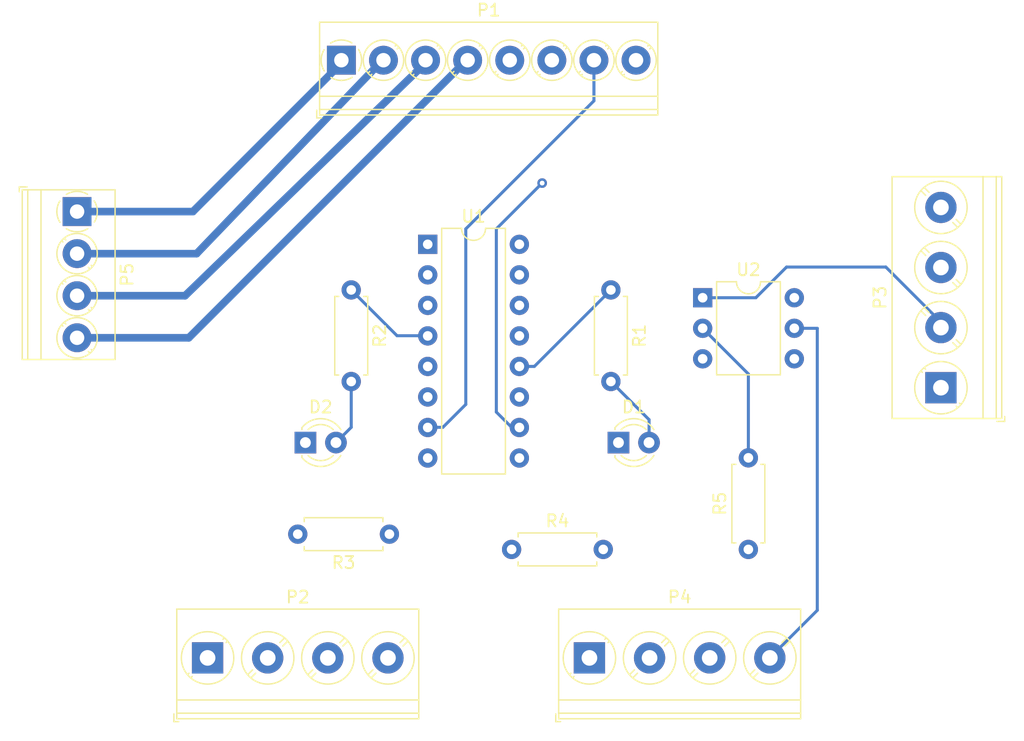
<source format=kicad_pcb>
(kicad_pcb (version 20210722) (generator pcbnew)
  (layers (0 "F.Cu" signal) (31 "B.Cu" signal) (34 "B.Paste" user) (35 "F.Paste" user) (36 "B.SilkS" user "B.Silkscreen") (37 "F.SilkS" user "F.Silkscreen") (38 "B.Mask" user) (39 "F.Mask" user) (44 "Edge.Cuts" user))
  (net 0 "")
  (net 1 "GND")
  (net 2 "Net-(D1-Pad2)")
  (net 3 "Net-(D2-Pad2)")
  (net 4 "Net-(P1-Pad1)")
  (net 5 "Net-(P1-Pad2)")
  (net 6 "Net-(P1-Pad3)")
  (net 7 "Net-(P1-Pad4)")
  (net 8 "Net-(P1-Pad6)")
  (net 9 "Net-(P1-Pad7)")
  (net 10 "+5V")
  (net 12 "Net-(P2-Pad3)")
  (net 13 "Net-(P2-Pad4)")
  (net 14 "Net-(P3-Pad2)")
  (net 18 "Net-(P4-Pad4)")
  (net 19 "Net-(R1-Pad1)")
  (net 20 "Net-(R2-Pad1)")
  (net 21 "Net-(R5-Pad2)")
  (net 22 "Net-(U1-Pad10)")
  (net 23 "Net-(U1-Pad3)")
  (footprint "TerminalBlock_Phoenix:TerminalBlock_Phoenix_PT-1,5-4-3.5-H_1x04_P3.50mm_Horizontal" (layer "F.Cu") (at 116.27 67.14 -90)
    (fp_text reference "P5" (at 5.25 -4.16 90) (layer "F.SilkS"))
    (fp_text value "CONN_01X04")
    (fp_line (start -2.05 4.8) (end -1.65 4.8) (layer "F.SilkS") (width 0.12))
    (fp_line (start 9.355 0.941) (end 9.226 1.069) (layer "F.SilkS") (width 0.12))
    (fp_line (start 11.775 -1.069) (end 11.646 -0.941) (layer "F.SilkS") (width 0.12))
    (fp_line (start 8.275 -1.069) (end 8.146 -0.941) (layer "F.SilkS") (width 0.12))
    (fp_line (start 5.855 0.941) (end 5.726 1.069) (layer "F.SilkS") (width 0.12))
    (fp_line (start -1.81 -3.16) (end 12.31 -3.16) (layer "F.SilkS") (width 0.12))
    (fp_line (start 2.525 1.181) (end 2.431 1.274) (layer "F.SilkS") (width 0.12))
    (fp_line (start 4.775 -1.069) (end 4.646 -0.941) (layer "F.SilkS") (width 0.12))
    (fp_line (start -2.05 4.16) (end -2.05 4.8) (layer "F.SilkS") (width 0.12))
    (fp_line (start 4.57 -1.275) (end 4.476 -1.181) (layer "F.SilkS") (width 0.12))
    (fp_line (start -1.81 -3.16) (end -1.81 4.56) (layer "F.SilkS") (width 0.12))
    (fp_line (start -1.81 4.56) (end 12.31 4.56) (layer "F.SilkS") (width 0.12))
    (fp_line (start 2.355 0.941) (end 2.226 1.069) (layer "F.SilkS") (width 0.12))
    (fp_line (start 9.525 1.181) (end 9.431 1.274) (layer "F.SilkS") (width 0.12))
    (fp_line (start -1.81 3) (end 12.31 3) (layer "F.SilkS") (width 0.12))
    (fp_line (start 12.31 -3.16) (end 12.31 4.56) (layer "F.SilkS") (width 0.12))
    (fp_line (start -1.81 4.1) (end 12.31 4.1) (layer "F.SilkS") (width 0.12))
    (fp_line (start 8.07 -1.275) (end 7.976 -1.181) (layer "F.SilkS") (width 0.12))
    (fp_line (start 6.025 1.181) (end 5.931 1.274) (layer "F.SilkS") (width 0.12))
    (fp_line (start 11.57 -1.275) (end 11.476 -1.181) (layer "F.SilkS") (width 0.12))
    (fp_arc (start 0 0) (end -1.44 -0.866) (angle -63) (layer "F.SilkS") (width 0.12))
    (fp_arc (start 0 0) (end 0.866 -1.44) (angle -63) (layer "F.SilkS") (width 0.12))
    (fp_arc (start 0 0) (end 0 1.68) (angle -32) (layer "F.SilkS") (width 0.12))
    (fp_arc (start 0 0) (end 1.425 0.891) (angle -64) (layer "F.SilkS") (width 0.12))
    (fp_arc (start 0 0) (end -0.866 1.44) (angle -32) (layer "F.SilkS") (width 0.12))
    (fp_circle (center 7 0) (end 8.68 0) (layer "F.SilkS") (width 0.12) (fill none))
    (fp_circle (center 10.5 0) (end 12.18 0) (layer "F.SilkS") (width 0.12) (fill none))
    (fp_circle (center 3.5 0) (end 5.18 0) (layer "F.SilkS") (width 0.12) (fill none))
    (pad "1" thru_hole rect locked (at 0 0 270) (size 2.4 2.4) (drill 1.2) (layers *.Cu *.Mask) (net 4 "Net-(P1-Pad1)"))
    (pad "2" thru_hole circle locked (at 3.5 0 270) (size 2.4 2.4) (drill 1.2) (layers *.Cu *.Mask) (net 5 "Net-(P1-Pad2)"))
    (pad "3" thru_hole circle locked (at 7 0 270) (size 2.4 2.4) (drill 1.2) (layers *.Cu *.Mask) (net 6 "Net-(P1-Pad3)"))
    (pad "4" thru_hole circle locked (at 10.5 0 270) (size 2.4 2.4) (drill 1.2) (layers *.Cu *.Mask) (net 7 "Net-(P1-Pad4)"))
  )
  (footprint "Resistor_THT:R_Axial_DIN0207_L6.3mm_D2.5mm_P7.62mm_Horizontal" (layer "F.Cu") (at 160.655 73.66 -90)
    (fp_text reference "R1" (at 3.81 -2.37 90) (layer "F.SilkS"))
    (fp_text value "330")
    (fp_line (start 7.08 1.37) (end 7.08 1.04) (layer "F.SilkS") (width 0.12))
    (fp_line (start 0.54 1.04) (end 0.54 1.37) (layer "F.SilkS") (width 0.12))
    (fp_line (start 0.54 1.37) (end 7.08 1.37) (layer "F.SilkS") (width 0.12))
    (fp_line (start 0.54 -1.04) (end 0.54 -1.37) (layer "F.SilkS") (width 0.12))
    (fp_line (start 0.54 -1.37) (end 7.08 -1.37) (layer "F.SilkS") (width 0.12))
    (fp_line (start 7.08 -1.37) (end 7.08 -1.04) (layer "F.SilkS") (width 0.12))
    (pad "1" thru_hole circle locked (at 0 0 270) (size 1.6 1.6) (drill 0.8) (layers *.Cu *.Mask) (net 19 "Net-(R1-Pad1)"))
    (pad "2" thru_hole oval locked (at 7.62 0 270) (size 1.6 1.6) (drill 0.8) (layers *.Cu *.Mask) (net 2 "Net-(D1-Pad2)"))
  )
  (footprint "TerminalBlock_Phoenix:TerminalBlock_Phoenix_PT-1,5-4-5.0-H_1x04_P5.00mm_Horizontal" (layer "F.Cu") (at 188.095 81.795 90)
    (fp_text reference "P3" (at 7.5 -5.06 90) (layer "F.SilkS"))
    (fp_text value "CONN_01X04")
    (fp_line (start -2.8 4.66) (end -2.8 5.3) (layer "F.SilkS") (width 0.12))
    (fp_line (start 8.993 1.274) (end 8.613 1.654) (layer "F.SilkS") (width 0.12))
    (fp_line (start 17.561 -4.06) (end 17.561 5.06) (layer "F.SilkS") (width 0.12))
    (fp_line (start -2.8 5.3) (end -2.4 5.3) (layer "F.SilkS") (width 0.12))
    (fp_line (start 13.993 1.274) (end 13.613 1.654) (layer "F.SilkS") (width 0.12))
    (fp_line (start 16.388 -1.654) (end 16.008 -1.274) (layer "F.SilkS") (width 0.12))
    (fp_line (start 8.742 0.992) (end 8.347 1.388) (layer "F.SilkS") (width 0.12))
    (fp_line (start -1.282 1.547) (end -1.388 1.654) (layer "F.SilkS") (width 0.12))
    (fp_line (start 16.654 -1.388) (end 16.259 -0.992) (layer "F.SilkS") (width 0.12))
    (fp_line (start -2.56 5.06) (end 17.561 5.06) (layer "F.SilkS") (width 0.12))
    (fp_line (start 1.388 -1.654) (end 1.281 -1.547) (layer "F.SilkS") (width 0.12))
    (fp_line (start -1.548 1.281) (end -1.654 1.388) (layer "F.SilkS") (width 0.12))
    (fp_line (start 3.742 0.992) (end 3.347 1.388) (layer "F.SilkS") (width 0.12))
    (fp_line (start -2.56 -4.06) (end -2.56 5.06) (layer "F.SilkS") (width 0.12))
    (fp_line (start -2.56 4.6) (end 17.561 4.6) (layer "F.SilkS") (width 0.12))
    (fp_line (start 11.654 -1.388) (end 11.259 -0.992) (layer "F.SilkS") (width 0.12))
    (fp_line (start 3.993 1.274) (end 3.613 1.654) (layer "F.SilkS") (width 0.12))
    (fp_line (start 6.388 -1.654) (end 6.008 -1.274) (layer "F.SilkS") (width 0.12))
    (fp_line (start -2.56 3.5) (end 17.561 3.5) (layer "F.SilkS") (width 0.12))
    (fp_line (start -2.56 -4.06) (end 17.561 -4.06) (layer "F.SilkS") (width 0.12))
    (fp_line (start 13.742 0.992) (end 13.347 1.388) (layer "F.SilkS") (width 0.12))
    (fp_line (start 1.654 -1.388) (end 1.547 -1.281) (layer "F.SilkS") (width 0.12))
    (fp_line (start 6.654 -1.388) (end 6.259 -0.992) (layer "F.SilkS") (width 0.12))
    (fp_line (start 11.388 -1.654) (end 11.008 -1.274) (layer "F.SilkS") (width 0.12))
    (fp_circle (center 5 0) (end 7.18 0) (layer "F.SilkS") (width 0.12) (fill none))
    (fp_circle (center 15 0) (end 17.18 0) (layer "F.SilkS") (width 0.12) (fill none))
    (fp_circle (center 0 0) (end 2.18 0) (layer "F.SilkS") (width 0.12) (fill none))
    (fp_circle (center 10 0) (end 12.18 0) (layer "F.SilkS") (width 0.12) (fill none))
    (pad "1" thru_hole rect locked (at 0 0 90) (size 2.6 2.6) (drill 1.3) (layers *.Cu *.Mask) (net 1 "GND"))
    (pad "2" thru_hole circle locked (at 5 0 90) (size 2.6 2.6) (drill 1.3) (layers *.Cu *.Mask) (net 14 "Net-(P3-Pad2)"))
    (pad "3" thru_hole circle locked (at 10 0 90) (size 2.6 2.6) (drill 1.3) (layers *.Cu *.Mask))
    (pad "4" thru_hole circle locked (at 15 0 90) (size 2.6 2.6) (drill 1.3) (layers *.Cu *.Mask))
  )
  (footprint "TerminalBlock_Phoenix:TerminalBlock_Phoenix_PT-1,5-4-5.0-H_1x04_P5.00mm_Horizontal" (layer "F.Cu") (at 127.12 104.275)
    (fp_text reference "P2" (at 7.5 -5.06) (layer "F.SilkS"))
    (fp_text value "CONN_01X04")
    (fp_line (start 13.993 1.274) (end 13.613 1.654) (layer "F.SilkS") (width 0.12))
    (fp_line (start 13.742 0.992) (end 13.347 1.388) (layer "F.SilkS") (width 0.12))
    (fp_line (start 6.654 -1.388) (end 6.259 -0.992) (layer "F.SilkS") (width 0.12))
    (fp_line (start 6.388 -1.654) (end 6.008 -1.274) (layer "F.SilkS") (width 0.12))
    (fp_line (start 1.654 -1.388) (end 1.547 -1.281) (layer "F.SilkS") (width 0.12))
    (fp_line (start 11.654 -1.388) (end 11.259 -0.992) (layer "F.SilkS") (width 0.12))
    (fp_line (start 3.742 0.992) (end 3.347 1.388) (layer "F.SilkS") (width 0.12))
    (fp_line (start 8.742 0.992) (end 8.347 1.388) (layer "F.SilkS") (width 0.12))
    (fp_line (start 17.561 -4.06) (end 17.561 5.06) (layer "F.SilkS") (width 0.12))
    (fp_line (start 3.993 1.274) (end 3.613 1.654) (layer "F.SilkS") (width 0.12))
    (fp_line (start -2.8 4.66) (end -2.8 5.3) (layer "F.SilkS") (width 0.12))
    (fp_line (start 16.654 -1.388) (end 16.259 -0.992) (layer "F.SilkS") (width 0.12))
    (fp_line (start -2.56 3.5) (end 17.561 3.5) (layer "F.SilkS") (width 0.12))
    (fp_line (start -1.282 1.547) (end -1.388 1.654) (layer "F.SilkS") (width 0.12))
    (fp_line (start 1.388 -1.654) (end 1.281 -1.547) (layer "F.SilkS") (width 0.12))
    (fp_line (start 11.388 -1.654) (end 11.008 -1.274) (layer "F.SilkS") (width 0.12))
    (fp_line (start -2.56 -4.06) (end 17.561 -4.06) (layer "F.SilkS") (width 0.12))
    (fp_line (start -2.56 -4.06) (end -2.56 5.06) (layer "F.SilkS") (width 0.12))
    (fp_line (start -2.8 5.3) (end -2.4 5.3) (layer "F.SilkS") (width 0.12))
    (fp_line (start 16.388 -1.654) (end 16.008 -1.274) (layer "F.SilkS") (width 0.12))
    (fp_line (start -1.548 1.281) (end -1.654 1.388) (layer "F.SilkS") (width 0.12))
    (fp_line (start -2.56 4.6) (end 17.561 4.6) (layer "F.SilkS") (width 0.12))
    (fp_line (start 8.993 1.274) (end 8.613 1.654) (layer "F.SilkS") (width 0.12))
    (fp_line (start -2.56 5.06) (end 17.561 5.06) (layer "F.SilkS") (width 0.12))
    (fp_circle (center 10 0) (end 12.18 0) (layer "F.SilkS") (width 0.12) (fill none))
    (fp_circle (center 5 0) (end 7.18 0) (layer "F.SilkS") (width 0.12) (fill none))
    (fp_circle (center 0 0) (end 2.18 0) (layer "F.SilkS") (width 0.12) (fill none))
    (fp_circle (center 15 0) (end 17.18 0) (layer "F.SilkS") (width 0.12) (fill none))
    (pad "1" thru_hole rect locked (at 0 0) (size 2.6 2.6) (drill 1.3) (layers *.Cu *.Mask) (net 1 "GND"))
    (pad "2" thru_hole circle locked (at 5 0) (size 2.6 2.6) (drill 1.3) (layers *.Cu *.Mask))
    (pad "3" thru_hole circle locked (at 10 0) (size 2.6 2.6) (drill 1.3) (layers *.Cu *.Mask) (net 12 "Net-(P2-Pad3)"))
    (pad "4" thru_hole circle locked (at 15 0) (size 2.6 2.6) (drill 1.3) (layers *.Cu *.Mask) (net 13 "Net-(P2-Pad4)"))
  )
  (footprint "Resistor_THT:R_Axial_DIN0207_L6.3mm_D2.5mm_P7.62mm_Horizontal" (layer "F.Cu") (at 139.065 73.66 -90)
    (fp_text reference "R2" (at 3.81 -2.37 90) (layer "F.SilkS"))
    (fp_text value "330")
    (fp_line (start 0.54 1.37) (end 7.08 1.37) (layer "F.SilkS") (width 0.12))
    (fp_line (start 7.08 1.37) (end 7.08 1.04) (layer "F.SilkS") (width 0.12))
    (fp_line (start 0.54 -1.37) (end 7.08 -1.37) (layer "F.SilkS") (width 0.12))
    (fp_line (start 0.54 -1.04) (end 0.54 -1.37) (layer "F.SilkS") (width 0.12))
    (fp_line (start 0.54 1.04) (end 0.54 1.37) (layer "F.SilkS") (width 0.12))
    (fp_line (start 7.08 -1.37) (end 7.08 -1.04) (layer "F.SilkS") (width 0.12))
    (pad "1" thru_hole circle locked (at 0 0 270) (size 1.6 1.6) (drill 0.8) (layers *.Cu *.Mask) (net 20 "Net-(R2-Pad1)"))
    (pad "2" thru_hole oval locked (at 7.62 0 270) (size 1.6 1.6) (drill 0.8) (layers *.Cu *.Mask) (net 3 "Net-(D2-Pad2)"))
  )
  (footprint "Resistor_THT:R_Axial_DIN0207_L6.3mm_D2.5mm_P7.62mm_Horizontal" (layer "F.Cu") (at 152.4 95.25)
    (fp_text reference "R4" (at 3.81 -2.37) (layer "F.SilkS"))
    (fp_text value "10K")
    (fp_line (start 0.54 -1.04) (end 0.54 -1.37) (layer "F.SilkS") (width 0.12))
    (fp_line (start 0.54 1.04) (end 0.54 1.37) (layer "F.SilkS") (width 0.12))
    (fp_line (start 0.54 -1.37) (end 7.08 -1.37) (layer "F.SilkS") (width 0.12))
    (fp_line (start 7.08 1.37) (end 7.08 1.04) (layer "F.SilkS") (width 0.12))
    (fp_line (start 7.08 -1.37) (end 7.08 -1.04) (layer "F.SilkS") (width 0.12))
    (fp_line (start 0.54 1.37) (end 7.08 1.37) (layer "F.SilkS") (width 0.12))
    (pad "1" thru_hole circle locked (at 0 0) (size 1.6 1.6) (drill 0.8) (layers *.Cu *.Mask) (net 10 "+5V"))
    (pad "2" thru_hole oval locked (at 7.62 0) (size 1.6 1.6) (drill 0.8) (layers *.Cu *.Mask) (net 8 "Net-(P1-Pad6)"))
  )
  (footprint "Resistor_THT:R_Axial_DIN0207_L6.3mm_D2.5mm_P7.62mm_Horizontal" (layer "F.Cu") (at 172.085 95.25 90)
    (fp_text reference "R5" (at 3.81 -2.37 90) (layer "F.SilkS"))
    (fp_text value "200")
    (fp_line (start 7.08 -1.37) (end 7.08 -1.04) (layer "F.SilkS") (width 0.12))
    (fp_line (start 0.54 1.04) (end 0.54 1.37) (layer "F.SilkS") (width 0.12))
    (fp_line (start 0.54 -1.04) (end 0.54 -1.37) (layer "F.SilkS") (width 0.12))
    (fp_line (start 0.54 1.37) (end 7.08 1.37) (layer "F.SilkS") (width 0.12))
    (fp_line (start 0.54 -1.37) (end 7.08 -1.37) (layer "F.SilkS") (width 0.12))
    (fp_line (start 7.08 1.37) (end 7.08 1.04) (layer "F.SilkS") (width 0.12))
    (pad "1" thru_hole circle locked (at 0 0 90) (size 1.6 1.6) (drill 0.8) (layers *.Cu *.Mask) (net 1 "GND"))
    (pad "2" thru_hole oval locked (at 7.62 0 90) (size 1.6 1.6) (drill 0.8) (layers *.Cu *.Mask) (net 21 "Net-(R5-Pad2)"))
  )
  (footprint "TerminalBlock_Phoenix:TerminalBlock_Phoenix_PT-1,5-4-5.0-H_1x04_P5.00mm_Horizontal" (layer "F.Cu") (at 158.87 104.275)
    (fp_text reference "P4" (at 7.5 -5.06) (layer "F.SilkS"))
    (fp_text value "CONN_01X04")
    (fp_line (start 8.993 1.274) (end 8.613 1.654) (layer "F.SilkS") (width 0.12))
    (fp_line (start -1.282 1.547) (end -1.388 1.654) (layer "F.SilkS") (width 0.12))
    (fp_line (start 13.993 1.274) (end 13.613 1.654) (layer "F.SilkS") (width 0.12))
    (fp_line (start 6.388 -1.654) (end 6.008 -1.274) (layer "F.SilkS") (width 0.12))
    (fp_line (start 8.742 0.992) (end 8.347 1.388) (layer "F.SilkS") (width 0.12))
    (fp_line (start 3.993 1.274) (end 3.613 1.654) (layer "F.SilkS") (width 0.12))
    (fp_line (start 11.654 -1.388) (end 11.259 -0.992) (layer "F.SilkS") (width 0.12))
    (fp_line (start 1.654 -1.388) (end 1.547 -1.281) (layer "F.SilkS") (width 0.12))
    (fp_line (start -2.56 4.6) (end 17.561 4.6) (layer "F.SilkS") (width 0.12))
    (fp_line (start -2.56 -4.06) (end 17.561 -4.06) (layer "F.SilkS") (width 0.12))
    (fp_line (start 13.742 0.992) (end 13.347 1.388) (layer "F.SilkS") (width 0.12))
    (fp_line (start 6.654 -1.388) (end 6.259 -0.992) (layer "F.SilkS") (width 0.12))
    (fp_line (start -2.56 3.5) (end 17.561 3.5) (layer "F.SilkS") (width 0.12))
    (fp_line (start -2.8 5.3) (end -2.4 5.3) (layer "F.SilkS") (width 0.12))
    (fp_line (start 11.388 -1.654) (end 11.008 -1.274) (layer "F.SilkS") (width 0.12))
    (fp_line (start 17.561 -4.06) (end 17.561 5.06) (layer "F.SilkS") (width 0.12))
    (fp_line (start 16.388 -1.654) (end 16.008 -1.274) (layer "F.SilkS") (width 0.12))
    (fp_line (start -2.8 4.66) (end -2.8 5.3) (layer "F.SilkS") (width 0.12))
    (fp_line (start -1.548 1.281) (end -1.654 1.388) (layer "F.SilkS") (width 0.12))
    (fp_line (start 1.388 -1.654) (end 1.281 -1.547) (layer "F.SilkS") (width 0.12))
    (fp_line (start 3.742 0.992) (end 3.347 1.388) (layer "F.SilkS") (width 0.12))
    (fp_line (start -2.56 5.06) (end 17.561 5.06) (layer "F.SilkS") (width 0.12))
    (fp_line (start -2.56 -4.06) (end -2.56 5.06) (layer "F.SilkS") (width 0.12))
    (fp_line (start 16.654 -1.388) (end 16.259 -0.992) (layer "F.SilkS") (width 0.12))
    (fp_circle (center 15 0) (end 17.18 0) (layer "F.SilkS") (width 0.12) (fill none))
    (fp_circle (center 0 0) (end 2.18 0) (layer "F.SilkS") (width 0.12) (fill none))
    (fp_circle (center 10 0) (end 12.18 0) (layer "F.SilkS") (width 0.12) (fill none))
    (fp_circle (center 5 0) (end 7.18 0) (layer "F.SilkS") (width 0.12) (fill none))
    (pad "1" thru_hole rect locked (at 0 0) (size 2.6 2.6) (drill 1.3) (layers *.Cu *.Mask))
    (pad "2" thru_hole circle locked (at 5 0) (size 2.6 2.6) (drill 1.3) (layers *.Cu *.Mask) (net 1 "GND"))
    (pad "3" thru_hole circle locked (at 10 0) (size 2.6 2.6) (drill 1.3) (layers *.Cu *.Mask) (net 10 "+5V"))
    (pad "4" thru_hole circle locked (at 15 0) (size 2.6 2.6) (drill 1.3) (layers *.Cu *.Mask) (net 18 "Net-(P4-Pad4)"))
  )
  (footprint "Resistor_THT:R_Axial_DIN0207_L6.3mm_D2.5mm_P7.62mm_Horizontal" (layer "F.Cu") (at 142.24 93.98 180)
    (fp_text reference "R3" (at 3.81 -2.37) (layer "F.SilkS"))
    (fp_text value "10K")
    (fp_line (start 0.54 -1.37) (end 7.08 -1.37) (layer "F.SilkS") (width 0.12))
    (fp_line (start 0.54 1.37) (end 7.08 1.37) (layer "F.SilkS") (width 0.12))
    (fp_line (start 0.54 -1.04) (end 0.54 -1.37) (layer "F.SilkS") (width 0.12))
    (fp_line (start 7.08 1.37) (end 7.08 1.04) (layer "F.SilkS") (width 0.12))
    (fp_line (start 7.08 -1.37) (end 7.08 -1.04) (layer "F.SilkS") (width 0.12))
    (fp_line (start 0.54 1.04) (end 0.54 1.37) (layer "F.SilkS") (width 0.12))
    (pad "1" thru_hole circle locked (at 0 0 180) (size 1.6 1.6) (drill 0.8) (layers *.Cu *.Mask) (net 10 "+5V"))
    (pad "2" thru_hole oval locked (at 7.62 0 180) (size 1.6 1.6) (drill 0.8) (layers *.Cu *.Mask) (net 9 "Net-(P1-Pad7)"))
  )
  (footprint "TerminalBlock_Phoenix:TerminalBlock_Phoenix_PT-1,5-8-3.5-H_1x08_P3.50mm_Horizontal" (layer "F.Cu") (at 138.245 54.545)
    (fp_text reference "P1" (at 12.25 -4.16) (layer "F.SilkS"))
    (fp_text value "CONN_01X08")
    (fp_line (start 20.025 1.181) (end 19.931 1.274) (layer "F.SilkS") (width 0.12))
    (fp_line (start -1.81 -3.16) (end -1.81 4.56) (layer "F.SilkS") (width 0.12))
    (fp_line (start 19.855 0.941) (end 19.726 1.069) (layer "F.SilkS") (width 0.12))
    (fp_line (start 23.355 0.941) (end 23.226 1.069) (layer "F.SilkS") (width 0.12))
    (fp_line (start 25.775 -1.069) (end 25.646 -0.941) (layer "F.SilkS") (width 0.12))
    (fp_line (start 13.025 1.181) (end 12.931 1.274) (layer "F.SilkS") (width 0.12))
    (fp_line (start 5.855 0.941) (end 5.726 1.069) (layer "F.SilkS") (width 0.12))
    (fp_line (start 2.525 1.181) (end 2.431 1.274) (layer "F.SilkS") (width 0.12))
    (fp_line (start 9.525 1.181) (end 9.431 1.274) (layer "F.SilkS") (width 0.12))
    (fp_line (start 15.275 -1.069) (end 15.146 -0.941) (layer "F.SilkS") (width 0.12))
    (fp_line (start 11.775 -1.069) (end 11.646 -0.941) (layer "F.SilkS") (width 0.12))
    (fp_line (start 2.355 0.941) (end 2.226 1.069) (layer "F.SilkS") (width 0.12))
    (fp_line (start 22.07 -1.275) (end 21.976 -1.181) (layer "F.SilkS") (width 0.12))
    (fp_line (start 23.525 1.181) (end 23.431 1.274) (layer "F.SilkS") (width 0.12))
    (fp_line (start -1.81 3) (end 26.31 3) (layer "F.SilkS") (width 0.12))
    (fp_line (start 8.275 -1.069) (end 8.146 -0.941) (layer "F.SilkS") (width 0.12))
    (fp_line (start 15.07 -1.275) (end 14.976 -1.181) (layer "F.SilkS") (width 0.12))
    (fp_line (start -1.81 4.56) (end 26.31 4.56) (layer "F.SilkS") (width 0.12))
    (fp_line (start -1.81 -3.16) (end 26.31 -3.16) (layer "F.SilkS") (width 0.12))
    (fp_line (start 4.57 -1.275) (end 4.476 -1.181) (layer "F.SilkS") (width 0.12))
    (fp_line (start 4.775 -1.069) (end 4.646 -0.941) (layer "F.SilkS") (width 0.12))
    (fp_line (start 25.57 -1.275) (end 25.476 -1.181) (layer "F.SilkS") (width 0.12))
    (fp_line (start 26.31 -3.16) (end 26.31 4.56) (layer "F.SilkS") (width 0.12))
    (fp_line (start 12.855 0.941) (end 12.726 1.069) (layer "F.SilkS") (width 0.12))
    (fp_line (start 6.025 1.181) (end 5.931 1.274) (layer "F.SilkS") (width 0.12))
    (fp_line (start 16.525 1.181) (end 16.431 1.274) (layer "F.SilkS") (width 0.12))
    (fp_line (start 22.275 -1.069) (end 22.146 -0.941) (layer "F.SilkS") (width 0.12))
    (fp_line (start 8.07 -1.275) (end 7.976 -1.181) (layer "F.SilkS") (width 0.12))
    (fp_line (start -2.05 4.16) (end -2.05 4.8) (layer "F.SilkS") (width 0.12))
    (fp_line (start 16.355 0.941) (end 16.226 1.069) (layer "F.SilkS") (width 0.12))
    (fp_line (start 9.355 0.941) (end 9.226 1.069) (layer "F.SilkS") (width 0.12))
    (fp_line (start 18.57 -1.275) (end 18.476 -1.181) (layer "F.SilkS") (width 0.12))
    (fp_line (start 18.775 -1.069) (end 18.646 -0.941) (layer "F.SilkS") (width 0.12))
    (fp_line (start -1.81 4.1) (end 26.31 4.1) (layer "F.SilkS") (width 0.12))
    (fp_line (start -2.05 4.8) (end -1.65 4.8) (layer "F.SilkS") (width 0.12))
    (fp_line (start 11.57 -1.275) (end 11.476 -1.181) (layer "F.SilkS") (width 0.12))
    (fp_arc (start 0 0) (end -1.44 -0.866) (angle -63) (layer "F.SilkS") (width 0.12))
    (fp_arc (start 0 0) (end -0.866 1.44) (angle -32) (layer "F.SilkS") (width 0.12))
    (fp_arc (start 0 0) (end 0 1.68) (angle -32) (layer "F.SilkS") (width 0.12))
    (fp_arc (start 0 0) (end 0.866 -1.44) (angle -63) (layer "F.SilkS") (width 0.12))
    (fp_arc (start 0 0) (end 1.425 0.891) (angle -64) (layer "F.SilkS") (width 0.12))
    (fp_circle (center 7 0) (end 8.68 0) (layer "F.SilkS") (width 0.12) (fill none))
    (fp_circle (center 21 0) (end 22.68 0) (layer "F.SilkS") (width 0.12) (fill none))
    (fp_circle (center 17.5 0) (end 19.18 0) (layer "F.SilkS") (width 0.12) (fill none))
    (fp_circle (center 14 0) (end 15.68 0) (layer "F.SilkS") (width 0.12) (fill none))
    (fp_circle (center 24.5 0) (end 26.18 0) (layer "F.SilkS") (width 0.12) (fill none))
    (fp_circle (center 10.5 0) (end 12.18 0) (layer "F.SilkS") (width 0.12) (fill none))
    (fp_circle (center 3.5 0) (end 5.18 0) (layer "F.SilkS") (width 0.12) (fill none))
    (pad "1" thru_hole rect locked (at 0 0) (size 2.4 2.4) (drill 1.2) (layers *.Cu *.Mask) (net 4 "Net-(P1-Pad1)"))
    (pad "2" thru_hole circle locked (at 3.5 0) (size 2.4 2.4) (drill 1.2) (layers *.Cu *.Mask) (net 5 "Net-(P1-Pad2)"))
    (pad "3" thru_hole circle locked (at 7 0) (size 2.4 2.4) (drill 1.2) (layers *.Cu *.Mask) (net 6 "Net-(P1-Pad3)"))
    (pad "4" thru_hole circle locked (at 10.5 0) (size 2.4 2.4) (drill 1.2) (layers *.Cu *.Mask) (net 7 "Net-(P1-Pad4)"))
    (pad "5" thru_hole circle locked (at 14 0) (size 2.4 2.4) (drill 1.2) (layers *.Cu *.Mask) (net 1 "GND"))
    (pad "6" thru_hole circle locked (at 17.5 0) (size 2.4 2.4) (drill 1.2) (layers *.Cu *.Mask) (net 8 "Net-(P1-Pad6)"))
    (pad "7" thru_hole circle locked (at 21 0) (size 2.4 2.4) (drill 1.2) (layers *.Cu *.Mask) (net 9 "Net-(P1-Pad7)"))
    (pad "8" thru_hole circle locked (at 24.5 0) (size 2.4 2.4) (drill 1.2) (layers *.Cu *.Mask) (net 10 "+5V"))
  )
  (footprint "Package_DIP:DIP-16_W7.62mm" (layer "F.Cu") (at 145.425 69.865)
    (fp_text reference "U1" (at 3.81 -2.33) (layer "F.SilkS"))
    (fp_text value "4049")
    (fp_line (start 1.16 19.11) (end 6.46 19.11) (layer "F.SilkS") (width 0.12))
    (fp_line (start 6.46 -1.33) (end 4.81 -1.33) (layer "F.SilkS") (width 0.12))
    (fp_line (start 2.81 -1.33) (end 1.16 -1.33) (layer "F.SilkS") (width 0.12))
    (fp_line (start 6.46 19.11) (end 6.46 -1.33) (layer "F.SilkS") (width 0.12))
    (fp_line (start 1.16 -1.33) (end 1.16 19.11) (layer "F.SilkS") (width 0.12))
    (fp_arc (start 3.81 -1.33) (end 2.81 -1.33) (angle -180) (layer "F.SilkS") (width 0.12))
    (pad "1" thru_hole rect locked (at 0 0) (size 1.6 1.6) (drill 0.8) (layers *.Cu *.Mask) (net 10 "+5V"))
    (pad "2" thru_hole oval locked (at 0 2.54) (size 1.6 1.6) (drill 0.8) (layers *.Cu *.Mask) (net 13 "Net-(P2-Pad4)"))
    (pad "3" thru_hole oval locked (at 0 5.08) (size 1.6 1.6) (drill 0.8) (layers *.Cu *.Mask) (net 23 "Net-(U1-Pad3)"))
    (pad "4" thru_hole oval locked (at 0 7.62) (size 1.6 1.6) (drill 0.8) (layers *.Cu *.Mask) (net 20 "Net-(R2-Pad1)"))
    (pad "5" thru_hole oval locked (at 0 10.16) (size 1.6 1.6) (drill 0.8) (layers *.Cu *.Mask) (net 23 "Net-(U1-Pad3)"))
    (pad "6" thru_hole oval locked (at 0 12.7) (size 1.6 1.6) (drill 0.8) (layers *.Cu *.Mask) (net 23 "Net-(U1-Pad3)"))
    (pad "7" thru_hole oval locked (at 0 15.24) (size 1.6 1.6) (drill 0.8) (layers *.Cu *.Mask) (net 9 "Net-(P1-Pad7)"))
    (pad "8" thru_hole oval locked (at 0 17.78) (size 1.6 1.6) (drill 0.8) (layers *.Cu *.Mask) (net 1 "GND"))
    (pad "9" thru_hole oval locked (at 7.62 17.78) (size 1.6 1.6) (drill 0.8) (layers *.Cu *.Mask) (net 8 "Net-(P1-Pad6)"))
    (pad "10" thru_hole oval locked (at 7.62 15.24) (size 1.6 1.6) (drill 0.8) (layers *.Cu *.Mask) (net 22 "Net-(U1-Pad10)"))
    (pad "11" thru_hole oval locked (at 7.62 12.7) (size 1.6 1.6) (drill 0.8) (layers *.Cu *.Mask) (net 22 "Net-(U1-Pad10)"))
    (pad "12" thru_hole oval locked (at 7.62 10.16) (size 1.6 1.6) (drill 0.8) (layers *.Cu *.Mask) (net 19 "Net-(R1-Pad1)"))
    (pad "13" thru_hole oval locked (at 7.62 7.62) (size 1.6 1.6) (drill 0.8) (layers *.Cu *.Mask))
    (pad "14" thru_hole oval locked (at 7.62 5.08) (size 1.6 1.6) (drill 0.8) (layers *.Cu *.Mask) (net 22 "Net-(U1-Pad10)"))
    (pad "15" thru_hole oval locked (at 7.62 2.54) (size 1.6 1.6) (drill 0.8) (layers *.Cu *.Mask) (net 12 "Net-(P2-Pad3)"))
    (pad "16" thru_hole oval locked (at 7.62 0) (size 1.6 1.6) (drill 0.8) (layers *.Cu *.Mask))
  )
  (footprint "Package_DIP:DIP-6_W7.62mm" (layer "F.Cu") (at 168.285 74.31)
    (fp_text reference "U2" (at 3.81 -2.33) (layer "F.SilkS"))
    (fp_text value "4N25")
    (fp_line (start 1.16 -1.33) (end 1.16 6.41) (layer "F.SilkS") (width 0.12))
    (fp_line (start 6.46 -1.33) (end 4.81 -1.33) (layer "F.SilkS") (width 0.12))
    (fp_line (start 1.16 6.41) (end 6.46 6.41) (layer "F.SilkS") (width 0.12))
    (fp_line (start 6.46 6.41) (end 6.46 -1.33) (layer "F.SilkS") (width 0.12))
    (fp_line (start 2.81 -1.33) (end 1.16 -1.33) (layer "F.SilkS") (width 0.12))
    (fp_arc (start 3.81 -1.33) (end 2.81 -1.33) (angle -180) (layer "F.SilkS") (width 0.12))
    (pad "1" thru_hole rect locked (at 0 0) (size 1.6 1.6) (drill 0.8) (layers *.Cu *.Mask) (net 14 "Net-(P3-Pad2)"))
    (pad "2" thru_hole oval locked (at 0 2.54) (size 1.6 1.6) (drill 0.8) (layers *.Cu *.Mask) (net 21 "Net-(R5-Pad2)"))
    (pad "3" thru_hole oval locked (at 0 5.08) (size 1.6 1.6) (drill 0.8) (layers *.Cu *.Mask))
    (pad "4" thru_hole oval locked (at 7.62 5.08) (size 1.6 1.6) (drill 0.8) (layers *.Cu *.Mask) (net 1 "GND"))
    (pad "5" thru_hole oval locked (at 7.62 2.54) (size 1.6 1.6) (drill 0.8) (layers *.Cu *.Mask) (net 18 "Net-(P4-Pad4)"))
    (pad "6" thru_hole oval locked (at 7.62 0) (size 1.6 1.6) (drill 0.8) (layers *.Cu *.Mask))
  )
  (footprint "LED_THT:LED_D3.0mm" (layer "F.Cu") (at 161.285 86.36)
    (fp_text reference "D1" (at 1.27 -2.96) (layer "F.SilkS"))
    (fp_text value "LED")
    (fp_line (start -0.29 -1.236) (end -0.29 -1.08) (layer "F.SilkS") (width 0.12))
    (fp_line (start -0.29 1.08) (end -0.29 1.236) (layer "F.SilkS") (width 0.12))
    (fp_arc (start 1.27 0) (end -0.29 -1.235516) (angle 108.8) (layer "F.SilkS") (width 0.12))
    (fp_arc (start 1.27 0) (end 0.229039 -1.08) (angle 87.9) (layer "F.SilkS") (width 0.12))
    (fp_arc (start 1.27 0) (end 0.229039 1.08) (angle -87.9) (layer "F.SilkS") (width 0.12))
    (fp_arc (start 1.27 0) (end -0.29 1.235516) (angle -108.8) (layer "F.SilkS") (width 0.12))
    (pad "1" thru_hole rect locked (at 0 0) (size 1.8 1.8) (drill 0.9) (layers *.Cu *.Mask) (net 1 "GND"))
    (pad "2" thru_hole circle locked (at 2.54 0) (size 1.8 1.8) (drill 0.9) (layers *.Cu *.Mask) (net 2 "Net-(D1-Pad2)"))
  )
  (footprint "LED_THT:LED_D3.0mm" (layer "F.Cu") (at 135.255 86.36)
    (fp_text reference "D2" (at 1.27 -2.96) (layer "F.SilkS"))
    (fp_text value "LED")
    (fp_line (start -0.29 -1.236) (end -0.29 -1.08) (layer "F.SilkS") (width 0.12))
    (fp_line (start -0.29 1.08) (end -0.29 1.236) (layer "F.SilkS") (width 0.12))
    (fp_arc (start 1.27 0) (end -0.29 -1.235516) (angle 108.8) (layer "F.SilkS") (width 0.12))
    (fp_arc (start 1.27 0) (end -0.29 1.235516) (angle -108.8) (layer "F.SilkS") (width 0.12))
    (fp_arc (start 1.27 0) (end 0.229039 -1.08) (angle 87.9) (layer "F.SilkS") (width 0.12))
    (fp_arc (start 1.27 0) (end 0.229039 1.08) (angle -87.9) (layer "F.SilkS") (width 0.12))
    (pad "1" thru_hole rect locked (at 0 0) (size 1.8 1.8) (drill 0.9) (layers *.Cu *.Mask) (net 1 "GND"))
    (pad "2" thru_hole circle locked (at 2.54 0) (size 1.8 1.8) (drill 0.9) (layers *.Cu *.Mask) (net 3 "Net-(D2-Pad2)"))
  )
  (segment (start 163.83 84.455) (end 163.83 86.36) (width 0.25) (layer "B.Cu") (net 2))
  (segment (start 160.655 81.28) (end 163.83 84.455) (width 0.25) (layer "B.Cu") (net 2))
  (segment (start 137.795 86.36) (end 139.065 85.09) (width 0.25) (layer "B.Cu") (net 3))
  (segment (start 139.065 85.09) (end 139.065 81.28) (width 0.25) (layer "B.Cu") (net 3))
  (segment (start 138.43 54.61) (end 125.9 67.14) (width 0.635) (layer "B.Cu") (net 4))
  (segment (start 125.9 67.14) (end 116.27 67.14) (width 0.635) (layer "B.Cu") (net 4))
  (segment (start 138.43 54.61) (end 138.43 53.975) (width 0.25) (layer "B.Cu") (net 4))
  (segment (start 126.21 70.64) (end 141.605 54.61) (width 0.635) (layer "B.Cu") (net 5))
  (segment (start 116.27 70.64) (end 126.21 70.64) (width 0.635) (layer "B.Cu") (net 5))
  (segment (start 125.25 74.14) (end 145.415 54.61) (width 0.635) (layer "B.Cu") (net 6))
  (segment (start 116.27 74.14) (end 125.25 74.14) (width 0.635) (layer "B.Cu") (net 6))
  (segment (start 116.269999 77.640002) (end 125.559998 77.640002) (width 0.635) (layer "B.Cu") (net 7))
  (segment (start 125.559998 77.640002) (end 148.59 54.61) (width 0.635) (layer "B.Cu") (net 7))
  (segment (start 146.685 85.09) (end 145.415 85.09) (width 0.25) (layer "B.Cu") (net 9))
  (segment (start 148.59 83.185) (end 146.685 85.09) (width 0.25) (layer "B.Cu") (net 9))
  (segment (start 159.245 57.925) (end 148.59 68.58) (width 0.25) (layer "B.Cu") (net 9))
  (segment (start 148.59 68.58) (end 148.59 83.185) (width 0.25) (layer "B.Cu") (net 9))
  (segment (start 159.245 54.545) (end 159.245 57.925) (width 0.25) (layer "B.Cu") (net 9))
  (segment (start 183.515 71.755) (end 188.595 76.835) (width 0.25) (layer "B.Cu") (net 14))
  (segment (start 175.26 71.755) (end 183.515 71.755) (width 0.25) (layer "B.Cu") (net 14))
  (segment (start 172.705 74.31) (end 175.26 71.755) (width 0.25) (layer "B.Cu") (net 14))
  (segment (start 168.285 74.31) (end 172.705 74.31) (width 0.25) (layer "B.Cu") (net 14))
  (segment (start 177.815 76.85) (end 177.815 100.315) (width 0.25) (layer "B.Cu") (net 18))
  (segment (start 177.815 100.315) (end 173.99 104.14) (width 0.25) (layer "B.Cu") (net 18))
  (segment (start 175.905 76.85) (end 177.815 76.85) (width 0.25) (layer "B.Cu") (net 18))
  (segment (start 153.045 80.025) (end 154.29 80.025) (width 0.25) (layer "B.Cu") (net 19))
  (segment (start 154.29 80.025) (end 160.655 73.66) (width 0.25) (layer "B.Cu") (net 19))
  (segment (start 139.065 73.66) (end 142.875 77.47) (width 0.25) (layer "B.Cu") (net 20))
  (segment (start 142.875 77.47) (end 145.415 77.47) (width 0.25) (layer "B.Cu") (net 20))
  (segment (start 168.285 76.85) (end 172.085 80.65) (width 0.25) (layer "B.Cu") (net 21))
  (segment (start 172.085 80.65) (end 172.085 87.63) (width 0.25) (layer "B.Cu") (net 21))
  (via (at 154.94 64.77) (size 0.8) (drill 0.4) (layers "F.Cu" "B.Cu") (net 22))
  (segment (start 153.045 85.105) (end 152.415 85.105) (width 0.25) (layer "B.Cu") (net 22))
  (segment (start 152.415 85.105) (end 151.13 83.82) (width 0.25) (layer "B.Cu") (net 22))
  (segment (start 151.13 68.58) (end 154.94 64.77) (width 0.25) (layer "B.Cu") (net 22))
  (segment (start 151.13 83.82) (end 151.13 68.58) (width 0.25) (layer "B.Cu") (net 22))
)
</source>
